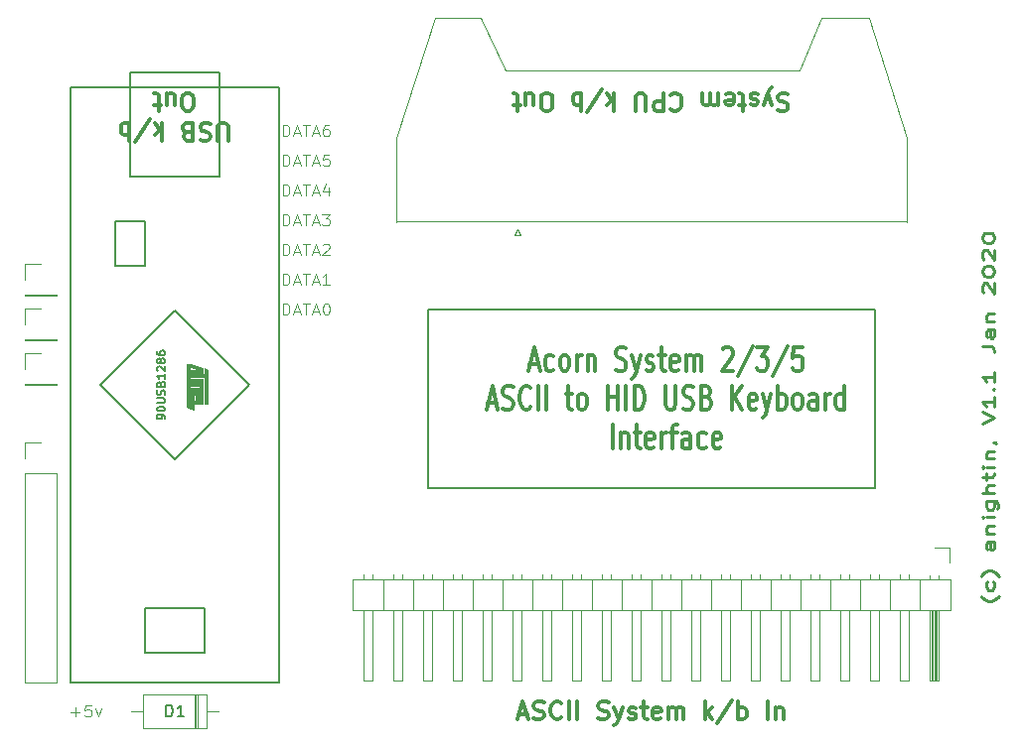
<source format=gbr>
G04 #@! TF.GenerationSoftware,KiCad,Pcbnew,(5.0.1-3-g963ef8bb5)*
G04 #@! TF.CreationDate,2020-01-16T13:34:53+00:00*
G04 #@! TF.ProjectId,SystemKeyboard,53797374656D4B6579626F6172642E6B,rev?*
G04 #@! TF.SameCoordinates,Original*
G04 #@! TF.FileFunction,Legend,Top*
G04 #@! TF.FilePolarity,Positive*
%FSLAX46Y46*%
G04 Gerber Fmt 4.6, Leading zero omitted, Abs format (unit mm)*
G04 Created by KiCad (PCBNEW (5.0.1-3-g963ef8bb5)) date Thursday, 16 January 2020 at 13:34:53*
%MOMM*%
%LPD*%
G01*
G04 APERTURE LIST*
%ADD10C,0.100000*%
%ADD11C,0.250000*%
%ADD12C,0.200000*%
%ADD13C,0.300000*%
%ADD14C,0.150000*%
%ADD15C,0.120000*%
G04 APERTURE END LIST*
D10*
X110793095Y-75382380D02*
X110793095Y-74382380D01*
X111031190Y-74382380D01*
X111174047Y-74430000D01*
X111269285Y-74525238D01*
X111316904Y-74620476D01*
X111364523Y-74810952D01*
X111364523Y-74953809D01*
X111316904Y-75144285D01*
X111269285Y-75239523D01*
X111174047Y-75334761D01*
X111031190Y-75382380D01*
X110793095Y-75382380D01*
X111745476Y-75096666D02*
X112221666Y-75096666D01*
X111650238Y-75382380D02*
X111983571Y-74382380D01*
X112316904Y-75382380D01*
X112507380Y-74382380D02*
X113078809Y-74382380D01*
X112793095Y-75382380D02*
X112793095Y-74382380D01*
X113364523Y-75096666D02*
X113840714Y-75096666D01*
X113269285Y-75382380D02*
X113602619Y-74382380D01*
X113935952Y-75382380D01*
X114459761Y-74382380D02*
X114555000Y-74382380D01*
X114650238Y-74430000D01*
X114697857Y-74477619D01*
X114745476Y-74572857D01*
X114793095Y-74763333D01*
X114793095Y-75001428D01*
X114745476Y-75191904D01*
X114697857Y-75287142D01*
X114650238Y-75334761D01*
X114555000Y-75382380D01*
X114459761Y-75382380D01*
X114364523Y-75334761D01*
X114316904Y-75287142D01*
X114269285Y-75191904D01*
X114221666Y-75001428D01*
X114221666Y-74763333D01*
X114269285Y-74572857D01*
X114316904Y-74477619D01*
X114364523Y-74430000D01*
X114459761Y-74382380D01*
X110793095Y-72842380D02*
X110793095Y-71842380D01*
X111031190Y-71842380D01*
X111174047Y-71890000D01*
X111269285Y-71985238D01*
X111316904Y-72080476D01*
X111364523Y-72270952D01*
X111364523Y-72413809D01*
X111316904Y-72604285D01*
X111269285Y-72699523D01*
X111174047Y-72794761D01*
X111031190Y-72842380D01*
X110793095Y-72842380D01*
X111745476Y-72556666D02*
X112221666Y-72556666D01*
X111650238Y-72842380D02*
X111983571Y-71842380D01*
X112316904Y-72842380D01*
X112507380Y-71842380D02*
X113078809Y-71842380D01*
X112793095Y-72842380D02*
X112793095Y-71842380D01*
X113364523Y-72556666D02*
X113840714Y-72556666D01*
X113269285Y-72842380D02*
X113602619Y-71842380D01*
X113935952Y-72842380D01*
X114793095Y-72842380D02*
X114221666Y-72842380D01*
X114507380Y-72842380D02*
X114507380Y-71842380D01*
X114412142Y-71985238D01*
X114316904Y-72080476D01*
X114221666Y-72128095D01*
X110793095Y-70302380D02*
X110793095Y-69302380D01*
X111031190Y-69302380D01*
X111174047Y-69350000D01*
X111269285Y-69445238D01*
X111316904Y-69540476D01*
X111364523Y-69730952D01*
X111364523Y-69873809D01*
X111316904Y-70064285D01*
X111269285Y-70159523D01*
X111174047Y-70254761D01*
X111031190Y-70302380D01*
X110793095Y-70302380D01*
X111745476Y-70016666D02*
X112221666Y-70016666D01*
X111650238Y-70302380D02*
X111983571Y-69302380D01*
X112316904Y-70302380D01*
X112507380Y-69302380D02*
X113078809Y-69302380D01*
X112793095Y-70302380D02*
X112793095Y-69302380D01*
X113364523Y-70016666D02*
X113840714Y-70016666D01*
X113269285Y-70302380D02*
X113602619Y-69302380D01*
X113935952Y-70302380D01*
X114221666Y-69397619D02*
X114269285Y-69350000D01*
X114364523Y-69302380D01*
X114602619Y-69302380D01*
X114697857Y-69350000D01*
X114745476Y-69397619D01*
X114793095Y-69492857D01*
X114793095Y-69588095D01*
X114745476Y-69730952D01*
X114174047Y-70302380D01*
X114793095Y-70302380D01*
X110793095Y-67762380D02*
X110793095Y-66762380D01*
X111031190Y-66762380D01*
X111174047Y-66810000D01*
X111269285Y-66905238D01*
X111316904Y-67000476D01*
X111364523Y-67190952D01*
X111364523Y-67333809D01*
X111316904Y-67524285D01*
X111269285Y-67619523D01*
X111174047Y-67714761D01*
X111031190Y-67762380D01*
X110793095Y-67762380D01*
X111745476Y-67476666D02*
X112221666Y-67476666D01*
X111650238Y-67762380D02*
X111983571Y-66762380D01*
X112316904Y-67762380D01*
X112507380Y-66762380D02*
X113078809Y-66762380D01*
X112793095Y-67762380D02*
X112793095Y-66762380D01*
X113364523Y-67476666D02*
X113840714Y-67476666D01*
X113269285Y-67762380D02*
X113602619Y-66762380D01*
X113935952Y-67762380D01*
X114174047Y-66762380D02*
X114793095Y-66762380D01*
X114459761Y-67143333D01*
X114602619Y-67143333D01*
X114697857Y-67190952D01*
X114745476Y-67238571D01*
X114793095Y-67333809D01*
X114793095Y-67571904D01*
X114745476Y-67667142D01*
X114697857Y-67714761D01*
X114602619Y-67762380D01*
X114316904Y-67762380D01*
X114221666Y-67714761D01*
X114174047Y-67667142D01*
X110793095Y-65222380D02*
X110793095Y-64222380D01*
X111031190Y-64222380D01*
X111174047Y-64270000D01*
X111269285Y-64365238D01*
X111316904Y-64460476D01*
X111364523Y-64650952D01*
X111364523Y-64793809D01*
X111316904Y-64984285D01*
X111269285Y-65079523D01*
X111174047Y-65174761D01*
X111031190Y-65222380D01*
X110793095Y-65222380D01*
X111745476Y-64936666D02*
X112221666Y-64936666D01*
X111650238Y-65222380D02*
X111983571Y-64222380D01*
X112316904Y-65222380D01*
X112507380Y-64222380D02*
X113078809Y-64222380D01*
X112793095Y-65222380D02*
X112793095Y-64222380D01*
X113364523Y-64936666D02*
X113840714Y-64936666D01*
X113269285Y-65222380D02*
X113602619Y-64222380D01*
X113935952Y-65222380D01*
X114697857Y-64555714D02*
X114697857Y-65222380D01*
X114459761Y-64174761D02*
X114221666Y-64889047D01*
X114840714Y-64889047D01*
X110793095Y-60142380D02*
X110793095Y-59142380D01*
X111031190Y-59142380D01*
X111174047Y-59190000D01*
X111269285Y-59285238D01*
X111316904Y-59380476D01*
X111364523Y-59570952D01*
X111364523Y-59713809D01*
X111316904Y-59904285D01*
X111269285Y-59999523D01*
X111174047Y-60094761D01*
X111031190Y-60142380D01*
X110793095Y-60142380D01*
X111745476Y-59856666D02*
X112221666Y-59856666D01*
X111650238Y-60142380D02*
X111983571Y-59142380D01*
X112316904Y-60142380D01*
X112507380Y-59142380D02*
X113078809Y-59142380D01*
X112793095Y-60142380D02*
X112793095Y-59142380D01*
X113364523Y-59856666D02*
X113840714Y-59856666D01*
X113269285Y-60142380D02*
X113602619Y-59142380D01*
X113935952Y-60142380D01*
X114697857Y-59142380D02*
X114507380Y-59142380D01*
X114412142Y-59190000D01*
X114364523Y-59237619D01*
X114269285Y-59380476D01*
X114221666Y-59570952D01*
X114221666Y-59951904D01*
X114269285Y-60047142D01*
X114316904Y-60094761D01*
X114412142Y-60142380D01*
X114602619Y-60142380D01*
X114697857Y-60094761D01*
X114745476Y-60047142D01*
X114793095Y-59951904D01*
X114793095Y-59713809D01*
X114745476Y-59618571D01*
X114697857Y-59570952D01*
X114602619Y-59523333D01*
X114412142Y-59523333D01*
X114316904Y-59570952D01*
X114269285Y-59618571D01*
X114221666Y-59713809D01*
X110793095Y-62682380D02*
X110793095Y-61682380D01*
X111031190Y-61682380D01*
X111174047Y-61730000D01*
X111269285Y-61825238D01*
X111316904Y-61920476D01*
X111364523Y-62110952D01*
X111364523Y-62253809D01*
X111316904Y-62444285D01*
X111269285Y-62539523D01*
X111174047Y-62634761D01*
X111031190Y-62682380D01*
X110793095Y-62682380D01*
X111745476Y-62396666D02*
X112221666Y-62396666D01*
X111650238Y-62682380D02*
X111983571Y-61682380D01*
X112316904Y-62682380D01*
X112507380Y-61682380D02*
X113078809Y-61682380D01*
X112793095Y-62682380D02*
X112793095Y-61682380D01*
X113364523Y-62396666D02*
X113840714Y-62396666D01*
X113269285Y-62682380D02*
X113602619Y-61682380D01*
X113935952Y-62682380D01*
X114745476Y-61682380D02*
X114269285Y-61682380D01*
X114221666Y-62158571D01*
X114269285Y-62110952D01*
X114364523Y-62063333D01*
X114602619Y-62063333D01*
X114697857Y-62110952D01*
X114745476Y-62158571D01*
X114793095Y-62253809D01*
X114793095Y-62491904D01*
X114745476Y-62587142D01*
X114697857Y-62634761D01*
X114602619Y-62682380D01*
X114364523Y-62682380D01*
X114269285Y-62634761D01*
X114221666Y-62587142D01*
X92741904Y-109291428D02*
X93503809Y-109291428D01*
X93122857Y-109672380D02*
X93122857Y-108910476D01*
X94456190Y-108672380D02*
X93980000Y-108672380D01*
X93932380Y-109148571D01*
X93980000Y-109100952D01*
X94075238Y-109053333D01*
X94313333Y-109053333D01*
X94408571Y-109100952D01*
X94456190Y-109148571D01*
X94503809Y-109243809D01*
X94503809Y-109481904D01*
X94456190Y-109577142D01*
X94408571Y-109624761D01*
X94313333Y-109672380D01*
X94075238Y-109672380D01*
X93980000Y-109624761D01*
X93932380Y-109577142D01*
X94837142Y-109005714D02*
X95075238Y-109672380D01*
X95313333Y-109005714D01*
D11*
X171833333Y-99381785D02*
X171785714Y-99453214D01*
X171642857Y-99596071D01*
X171547619Y-99667500D01*
X171404761Y-99738928D01*
X171166666Y-99810357D01*
X170976190Y-99810357D01*
X170738095Y-99738928D01*
X170595238Y-99667500D01*
X170500000Y-99596071D01*
X170357142Y-99453214D01*
X170309523Y-99381785D01*
X171404761Y-98167500D02*
X171452380Y-98310357D01*
X171452380Y-98596071D01*
X171404761Y-98738928D01*
X171357142Y-98810357D01*
X171261904Y-98881785D01*
X170976190Y-98881785D01*
X170880952Y-98810357D01*
X170833333Y-98738928D01*
X170785714Y-98596071D01*
X170785714Y-98310357D01*
X170833333Y-98167500D01*
X171833333Y-97667500D02*
X171785714Y-97596071D01*
X171642857Y-97453214D01*
X171547619Y-97381785D01*
X171404761Y-97310357D01*
X171166666Y-97238928D01*
X170976190Y-97238928D01*
X170738095Y-97310357D01*
X170595238Y-97381785D01*
X170500000Y-97453214D01*
X170357142Y-97596071D01*
X170309523Y-97667500D01*
X171452380Y-94738928D02*
X170928571Y-94738928D01*
X170833333Y-94810357D01*
X170785714Y-94953214D01*
X170785714Y-95238928D01*
X170833333Y-95381785D01*
X171404761Y-94738928D02*
X171452380Y-94881785D01*
X171452380Y-95238928D01*
X171404761Y-95381785D01*
X171309523Y-95453214D01*
X171214285Y-95453214D01*
X171119047Y-95381785D01*
X171071428Y-95238928D01*
X171071428Y-94881785D01*
X171023809Y-94738928D01*
X170785714Y-94024642D02*
X171452380Y-94024642D01*
X170880952Y-94024642D02*
X170833333Y-93953214D01*
X170785714Y-93810357D01*
X170785714Y-93596071D01*
X170833333Y-93453214D01*
X170928571Y-93381785D01*
X171452380Y-93381785D01*
X171452380Y-92667500D02*
X170785714Y-92667500D01*
X170452380Y-92667500D02*
X170500000Y-92738928D01*
X170547619Y-92667500D01*
X170500000Y-92596071D01*
X170452380Y-92667500D01*
X170547619Y-92667500D01*
X170785714Y-91310357D02*
X171595238Y-91310357D01*
X171690476Y-91381785D01*
X171738095Y-91453214D01*
X171785714Y-91596071D01*
X171785714Y-91810357D01*
X171738095Y-91953214D01*
X171404761Y-91310357D02*
X171452380Y-91453214D01*
X171452380Y-91738928D01*
X171404761Y-91881785D01*
X171357142Y-91953214D01*
X171261904Y-92024642D01*
X170976190Y-92024642D01*
X170880952Y-91953214D01*
X170833333Y-91881785D01*
X170785714Y-91738928D01*
X170785714Y-91453214D01*
X170833333Y-91310357D01*
X171452380Y-90596071D02*
X170452380Y-90596071D01*
X171452380Y-89953214D02*
X170928571Y-89953214D01*
X170833333Y-90024642D01*
X170785714Y-90167500D01*
X170785714Y-90381785D01*
X170833333Y-90524642D01*
X170880952Y-90596071D01*
X170785714Y-89453214D02*
X170785714Y-88881785D01*
X170452380Y-89238928D02*
X171309523Y-89238928D01*
X171404761Y-89167500D01*
X171452380Y-89024642D01*
X171452380Y-88881785D01*
X171452380Y-88381785D02*
X170785714Y-88381785D01*
X170452380Y-88381785D02*
X170500000Y-88453214D01*
X170547619Y-88381785D01*
X170500000Y-88310357D01*
X170452380Y-88381785D01*
X170547619Y-88381785D01*
X170785714Y-87667500D02*
X171452380Y-87667500D01*
X170880952Y-87667500D02*
X170833333Y-87596071D01*
X170785714Y-87453214D01*
X170785714Y-87238928D01*
X170833333Y-87096071D01*
X170928571Y-87024642D01*
X171452380Y-87024642D01*
X171404761Y-86238928D02*
X171452380Y-86238928D01*
X171547619Y-86310357D01*
X171595238Y-86381785D01*
X170452380Y-84667500D02*
X171452380Y-84167500D01*
X170452380Y-83667500D01*
X171452380Y-82381785D02*
X171452380Y-83238928D01*
X171452380Y-82810357D02*
X170452380Y-82810357D01*
X170595238Y-82953214D01*
X170690476Y-83096071D01*
X170738095Y-83238928D01*
X171357142Y-81738928D02*
X171404761Y-81667500D01*
X171452380Y-81738928D01*
X171404761Y-81810357D01*
X171357142Y-81738928D01*
X171452380Y-81738928D01*
X171452380Y-80238928D02*
X171452380Y-81096071D01*
X171452380Y-80667500D02*
X170452380Y-80667500D01*
X170595238Y-80810357D01*
X170690476Y-80953214D01*
X170738095Y-81096071D01*
X170452380Y-78024642D02*
X171166666Y-78024642D01*
X171309523Y-78096071D01*
X171404761Y-78238928D01*
X171452380Y-78453214D01*
X171452380Y-78596071D01*
X171452380Y-76667500D02*
X170928571Y-76667500D01*
X170833333Y-76738928D01*
X170785714Y-76881785D01*
X170785714Y-77167500D01*
X170833333Y-77310357D01*
X171404761Y-76667500D02*
X171452380Y-76810357D01*
X171452380Y-77167500D01*
X171404761Y-77310357D01*
X171309523Y-77381785D01*
X171214285Y-77381785D01*
X171119047Y-77310357D01*
X171071428Y-77167500D01*
X171071428Y-76810357D01*
X171023809Y-76667500D01*
X170785714Y-75953214D02*
X171452380Y-75953214D01*
X170880952Y-75953214D02*
X170833333Y-75881785D01*
X170785714Y-75738928D01*
X170785714Y-75524642D01*
X170833333Y-75381785D01*
X170928571Y-75310357D01*
X171452380Y-75310357D01*
X170547619Y-73524642D02*
X170500000Y-73453214D01*
X170452380Y-73310357D01*
X170452380Y-72953214D01*
X170500000Y-72810357D01*
X170547619Y-72738928D01*
X170642857Y-72667500D01*
X170738095Y-72667500D01*
X170880952Y-72738928D01*
X171452380Y-73596071D01*
X171452380Y-72667500D01*
X170452380Y-71738928D02*
X170452380Y-71596071D01*
X170500000Y-71453214D01*
X170547619Y-71381785D01*
X170642857Y-71310357D01*
X170833333Y-71238928D01*
X171071428Y-71238928D01*
X171261904Y-71310357D01*
X171357142Y-71381785D01*
X171404761Y-71453214D01*
X171452380Y-71596071D01*
X171452380Y-71738928D01*
X171404761Y-71881785D01*
X171357142Y-71953214D01*
X171261904Y-72024642D01*
X171071428Y-72096071D01*
X170833333Y-72096071D01*
X170642857Y-72024642D01*
X170547619Y-71953214D01*
X170500000Y-71881785D01*
X170452380Y-71738928D01*
X170547619Y-70667500D02*
X170500000Y-70596071D01*
X170452380Y-70453214D01*
X170452380Y-70096071D01*
X170500000Y-69953214D01*
X170547619Y-69881785D01*
X170642857Y-69810357D01*
X170738095Y-69810357D01*
X170880952Y-69881785D01*
X171452380Y-70738928D01*
X171452380Y-69810357D01*
X170452380Y-68881785D02*
X170452380Y-68738928D01*
X170500000Y-68596071D01*
X170547619Y-68524642D01*
X170642857Y-68453214D01*
X170833333Y-68381785D01*
X171071428Y-68381785D01*
X171261904Y-68453214D01*
X171357142Y-68524642D01*
X171404761Y-68596071D01*
X171452380Y-68738928D01*
X171452380Y-68881785D01*
X171404761Y-69024642D01*
X171357142Y-69096071D01*
X171261904Y-69167500D01*
X171071428Y-69238928D01*
X170833333Y-69238928D01*
X170642857Y-69167500D01*
X170547619Y-69096071D01*
X170500000Y-69024642D01*
X170452380Y-68881785D01*
D12*
X123190000Y-90170000D02*
X123190000Y-74930000D01*
X161290000Y-90170000D02*
X123190000Y-90170000D01*
X161290000Y-74930000D02*
X161290000Y-90170000D01*
X123190000Y-74930000D02*
X161290000Y-74930000D01*
D13*
X106135714Y-60516428D02*
X106135714Y-59302142D01*
X106064285Y-59159285D01*
X105992857Y-59087857D01*
X105850000Y-59016428D01*
X105564285Y-59016428D01*
X105421428Y-59087857D01*
X105350000Y-59159285D01*
X105278571Y-59302142D01*
X105278571Y-60516428D01*
X104635714Y-59087857D02*
X104421428Y-59016428D01*
X104064285Y-59016428D01*
X103921428Y-59087857D01*
X103850000Y-59159285D01*
X103778571Y-59302142D01*
X103778571Y-59445000D01*
X103850000Y-59587857D01*
X103921428Y-59659285D01*
X104064285Y-59730714D01*
X104350000Y-59802142D01*
X104492857Y-59873571D01*
X104564285Y-59945000D01*
X104635714Y-60087857D01*
X104635714Y-60230714D01*
X104564285Y-60373571D01*
X104492857Y-60445000D01*
X104350000Y-60516428D01*
X103992857Y-60516428D01*
X103778571Y-60445000D01*
X102635714Y-59802142D02*
X102421428Y-59730714D01*
X102350000Y-59659285D01*
X102278571Y-59516428D01*
X102278571Y-59302142D01*
X102350000Y-59159285D01*
X102421428Y-59087857D01*
X102564285Y-59016428D01*
X103135714Y-59016428D01*
X103135714Y-60516428D01*
X102635714Y-60516428D01*
X102492857Y-60445000D01*
X102421428Y-60373571D01*
X102350000Y-60230714D01*
X102350000Y-60087857D01*
X102421428Y-59945000D01*
X102492857Y-59873571D01*
X102635714Y-59802142D01*
X103135714Y-59802142D01*
X100492857Y-59016428D02*
X100492857Y-60516428D01*
X100350000Y-59587857D02*
X99921428Y-59016428D01*
X99921428Y-60016428D02*
X100492857Y-59445000D01*
X98207142Y-60587857D02*
X99492857Y-58659285D01*
X97707142Y-59016428D02*
X97707142Y-60516428D01*
X97707142Y-59945000D02*
X97564285Y-60016428D01*
X97278571Y-60016428D01*
X97135714Y-59945000D01*
X97064285Y-59873571D01*
X96992857Y-59730714D01*
X96992857Y-59302142D01*
X97064285Y-59159285D01*
X97135714Y-59087857D01*
X97278571Y-59016428D01*
X97564285Y-59016428D01*
X97707142Y-59087857D01*
X102850000Y-57966428D02*
X102564285Y-57966428D01*
X102421428Y-57895000D01*
X102278571Y-57752142D01*
X102207142Y-57466428D01*
X102207142Y-56966428D01*
X102278571Y-56680714D01*
X102421428Y-56537857D01*
X102564285Y-56466428D01*
X102850000Y-56466428D01*
X102992857Y-56537857D01*
X103135714Y-56680714D01*
X103207142Y-56966428D01*
X103207142Y-57466428D01*
X103135714Y-57752142D01*
X102992857Y-57895000D01*
X102850000Y-57966428D01*
X100921428Y-57466428D02*
X100921428Y-56466428D01*
X101564285Y-57466428D02*
X101564285Y-56680714D01*
X101492857Y-56537857D01*
X101350000Y-56466428D01*
X101135714Y-56466428D01*
X100992857Y-56537857D01*
X100921428Y-56609285D01*
X100421428Y-57466428D02*
X99850000Y-57466428D01*
X100207142Y-57966428D02*
X100207142Y-56680714D01*
X100135714Y-56537857D01*
X99992857Y-56466428D01*
X99850000Y-56466428D01*
X130918571Y-109470000D02*
X131632857Y-109470000D01*
X130775714Y-109898571D02*
X131275714Y-108398571D01*
X131775714Y-109898571D01*
X132204285Y-109827142D02*
X132418571Y-109898571D01*
X132775714Y-109898571D01*
X132918571Y-109827142D01*
X132989999Y-109755714D01*
X133061428Y-109612857D01*
X133061428Y-109470000D01*
X132989999Y-109327142D01*
X132918571Y-109255714D01*
X132775714Y-109184285D01*
X132489999Y-109112857D01*
X132347142Y-109041428D01*
X132275714Y-108970000D01*
X132204285Y-108827142D01*
X132204285Y-108684285D01*
X132275714Y-108541428D01*
X132347142Y-108470000D01*
X132489999Y-108398571D01*
X132847142Y-108398571D01*
X133061428Y-108470000D01*
X134561428Y-109755714D02*
X134490000Y-109827142D01*
X134275714Y-109898571D01*
X134132857Y-109898571D01*
X133918571Y-109827142D01*
X133775714Y-109684285D01*
X133704285Y-109541428D01*
X133632857Y-109255714D01*
X133632857Y-109041428D01*
X133704285Y-108755714D01*
X133775714Y-108612857D01*
X133918571Y-108470000D01*
X134132857Y-108398571D01*
X134275714Y-108398571D01*
X134490000Y-108470000D01*
X134561428Y-108541428D01*
X135204285Y-109898571D02*
X135204285Y-108398571D01*
X135918571Y-109898571D02*
X135918571Y-108398571D01*
X137704285Y-109827142D02*
X137918571Y-109898571D01*
X138275714Y-109898571D01*
X138418571Y-109827142D01*
X138490000Y-109755714D01*
X138561428Y-109612857D01*
X138561428Y-109470000D01*
X138490000Y-109327142D01*
X138418571Y-109255714D01*
X138275714Y-109184285D01*
X137990000Y-109112857D01*
X137847142Y-109041428D01*
X137775714Y-108970000D01*
X137704285Y-108827142D01*
X137704285Y-108684285D01*
X137775714Y-108541428D01*
X137847142Y-108470000D01*
X137990000Y-108398571D01*
X138347142Y-108398571D01*
X138561428Y-108470000D01*
X139061428Y-108898571D02*
X139418571Y-109898571D01*
X139775714Y-108898571D02*
X139418571Y-109898571D01*
X139275714Y-110255714D01*
X139204285Y-110327142D01*
X139061428Y-110398571D01*
X140275714Y-109827142D02*
X140418571Y-109898571D01*
X140704285Y-109898571D01*
X140847142Y-109827142D01*
X140918571Y-109684285D01*
X140918571Y-109612857D01*
X140847142Y-109470000D01*
X140704285Y-109398571D01*
X140490000Y-109398571D01*
X140347142Y-109327142D01*
X140275714Y-109184285D01*
X140275714Y-109112857D01*
X140347142Y-108970000D01*
X140490000Y-108898571D01*
X140704285Y-108898571D01*
X140847142Y-108970000D01*
X141347142Y-108898571D02*
X141918571Y-108898571D01*
X141561428Y-108398571D02*
X141561428Y-109684285D01*
X141632857Y-109827142D01*
X141775714Y-109898571D01*
X141918571Y-109898571D01*
X142990000Y-109827142D02*
X142847142Y-109898571D01*
X142561428Y-109898571D01*
X142418571Y-109827142D01*
X142347142Y-109684285D01*
X142347142Y-109112857D01*
X142418571Y-108970000D01*
X142561428Y-108898571D01*
X142847142Y-108898571D01*
X142990000Y-108970000D01*
X143061428Y-109112857D01*
X143061428Y-109255714D01*
X142347142Y-109398571D01*
X143704285Y-109898571D02*
X143704285Y-108898571D01*
X143704285Y-109041428D02*
X143775714Y-108970000D01*
X143918571Y-108898571D01*
X144132857Y-108898571D01*
X144275714Y-108970000D01*
X144347142Y-109112857D01*
X144347142Y-109898571D01*
X144347142Y-109112857D02*
X144418571Y-108970000D01*
X144561428Y-108898571D01*
X144775714Y-108898571D01*
X144918571Y-108970000D01*
X144990000Y-109112857D01*
X144990000Y-109898571D01*
X146847142Y-109898571D02*
X146847142Y-108398571D01*
X146990000Y-109327142D02*
X147418571Y-109898571D01*
X147418571Y-108898571D02*
X146847142Y-109470000D01*
X149132857Y-108327142D02*
X147847142Y-110255714D01*
X149632857Y-109898571D02*
X149632857Y-108398571D01*
X149632857Y-108970000D02*
X149775714Y-108898571D01*
X150061428Y-108898571D01*
X150204285Y-108970000D01*
X150275714Y-109041428D01*
X150347142Y-109184285D01*
X150347142Y-109612857D01*
X150275714Y-109755714D01*
X150204285Y-109827142D01*
X150061428Y-109898571D01*
X149775714Y-109898571D01*
X149632857Y-109827142D01*
X152132857Y-109898571D02*
X152132857Y-108398571D01*
X152847142Y-108898571D02*
X152847142Y-109898571D01*
X152847142Y-109041428D02*
X152918571Y-108970000D01*
X153061428Y-108898571D01*
X153275714Y-108898571D01*
X153418571Y-108970000D01*
X153490000Y-109112857D01*
X153490000Y-109898571D01*
X153882857Y-56542857D02*
X153668571Y-56471428D01*
X153311428Y-56471428D01*
X153168571Y-56542857D01*
X153097142Y-56614285D01*
X153025714Y-56757142D01*
X153025714Y-56900000D01*
X153097142Y-57042857D01*
X153168571Y-57114285D01*
X153311428Y-57185714D01*
X153597142Y-57257142D01*
X153740000Y-57328571D01*
X153811428Y-57400000D01*
X153882857Y-57542857D01*
X153882857Y-57685714D01*
X153811428Y-57828571D01*
X153740000Y-57900000D01*
X153597142Y-57971428D01*
X153240000Y-57971428D01*
X153025714Y-57900000D01*
X152525714Y-57471428D02*
X152168571Y-56471428D01*
X151811428Y-57471428D02*
X152168571Y-56471428D01*
X152311428Y-56114285D01*
X152382857Y-56042857D01*
X152525714Y-55971428D01*
X151311428Y-56542857D02*
X151168571Y-56471428D01*
X150882857Y-56471428D01*
X150740000Y-56542857D01*
X150668571Y-56685714D01*
X150668571Y-56757142D01*
X150740000Y-56900000D01*
X150882857Y-56971428D01*
X151097142Y-56971428D01*
X151240000Y-57042857D01*
X151311428Y-57185714D01*
X151311428Y-57257142D01*
X151240000Y-57400000D01*
X151097142Y-57471428D01*
X150882857Y-57471428D01*
X150740000Y-57400000D01*
X150240000Y-57471428D02*
X149668571Y-57471428D01*
X150025714Y-57971428D02*
X150025714Y-56685714D01*
X149954285Y-56542857D01*
X149811428Y-56471428D01*
X149668571Y-56471428D01*
X148597142Y-56542857D02*
X148740000Y-56471428D01*
X149025714Y-56471428D01*
X149168571Y-56542857D01*
X149240000Y-56685714D01*
X149240000Y-57257142D01*
X149168571Y-57400000D01*
X149025714Y-57471428D01*
X148740000Y-57471428D01*
X148597142Y-57400000D01*
X148525714Y-57257142D01*
X148525714Y-57114285D01*
X149240000Y-56971428D01*
X147882857Y-56471428D02*
X147882857Y-57471428D01*
X147882857Y-57328571D02*
X147811428Y-57400000D01*
X147668571Y-57471428D01*
X147454285Y-57471428D01*
X147311428Y-57400000D01*
X147240000Y-57257142D01*
X147240000Y-56471428D01*
X147240000Y-57257142D02*
X147168571Y-57400000D01*
X147025714Y-57471428D01*
X146811428Y-57471428D01*
X146668571Y-57400000D01*
X146597142Y-57257142D01*
X146597142Y-56471428D01*
X143882857Y-56614285D02*
X143954285Y-56542857D01*
X144168571Y-56471428D01*
X144311428Y-56471428D01*
X144525714Y-56542857D01*
X144668571Y-56685714D01*
X144740000Y-56828571D01*
X144811428Y-57114285D01*
X144811428Y-57328571D01*
X144740000Y-57614285D01*
X144668571Y-57757142D01*
X144525714Y-57900000D01*
X144311428Y-57971428D01*
X144168571Y-57971428D01*
X143954285Y-57900000D01*
X143882857Y-57828571D01*
X143240000Y-56471428D02*
X143240000Y-57971428D01*
X142668571Y-57971428D01*
X142525714Y-57900000D01*
X142454285Y-57828571D01*
X142382857Y-57685714D01*
X142382857Y-57471428D01*
X142454285Y-57328571D01*
X142525714Y-57257142D01*
X142668571Y-57185714D01*
X143240000Y-57185714D01*
X141740000Y-57971428D02*
X141740000Y-56757142D01*
X141668571Y-56614285D01*
X141597142Y-56542857D01*
X141454285Y-56471428D01*
X141168571Y-56471428D01*
X141025714Y-56542857D01*
X140954285Y-56614285D01*
X140882857Y-56757142D01*
X140882857Y-57971428D01*
X139025714Y-56471428D02*
X139025714Y-57971428D01*
X138882857Y-57042857D02*
X138454285Y-56471428D01*
X138454285Y-57471428D02*
X139025714Y-56900000D01*
X136740000Y-58042857D02*
X138025714Y-56114285D01*
X136240000Y-56471428D02*
X136240000Y-57971428D01*
X136240000Y-57400000D02*
X136097142Y-57471428D01*
X135811428Y-57471428D01*
X135668571Y-57400000D01*
X135597142Y-57328571D01*
X135525714Y-57185714D01*
X135525714Y-56757142D01*
X135597142Y-56614285D01*
X135668571Y-56542857D01*
X135811428Y-56471428D01*
X136097142Y-56471428D01*
X136240000Y-56542857D01*
X133454285Y-57971428D02*
X133168571Y-57971428D01*
X133025714Y-57900000D01*
X132882857Y-57757142D01*
X132811428Y-57471428D01*
X132811428Y-56971428D01*
X132882857Y-56685714D01*
X133025714Y-56542857D01*
X133168571Y-56471428D01*
X133454285Y-56471428D01*
X133597142Y-56542857D01*
X133740000Y-56685714D01*
X133811428Y-56971428D01*
X133811428Y-57471428D01*
X133740000Y-57757142D01*
X133597142Y-57900000D01*
X133454285Y-57971428D01*
X131525714Y-57471428D02*
X131525714Y-56471428D01*
X132168571Y-57471428D02*
X132168571Y-56685714D01*
X132097142Y-56542857D01*
X131954285Y-56471428D01*
X131740000Y-56471428D01*
X131597142Y-56542857D01*
X131525714Y-56614285D01*
X131025714Y-57471428D02*
X130454285Y-57471428D01*
X130811428Y-57971428D02*
X130811428Y-56685714D01*
X130740000Y-56542857D01*
X130597142Y-56471428D01*
X130454285Y-56471428D01*
X131867142Y-79583333D02*
X132581428Y-79583333D01*
X131724285Y-80154761D02*
X132224285Y-78154761D01*
X132724285Y-80154761D01*
X133867142Y-80059523D02*
X133724285Y-80154761D01*
X133438571Y-80154761D01*
X133295714Y-80059523D01*
X133224285Y-79964285D01*
X133152857Y-79773809D01*
X133152857Y-79202380D01*
X133224285Y-79011904D01*
X133295714Y-78916666D01*
X133438571Y-78821428D01*
X133724285Y-78821428D01*
X133867142Y-78916666D01*
X134724285Y-80154761D02*
X134581428Y-80059523D01*
X134510000Y-79964285D01*
X134438571Y-79773809D01*
X134438571Y-79202380D01*
X134510000Y-79011904D01*
X134581428Y-78916666D01*
X134724285Y-78821428D01*
X134938571Y-78821428D01*
X135081428Y-78916666D01*
X135152857Y-79011904D01*
X135224285Y-79202380D01*
X135224285Y-79773809D01*
X135152857Y-79964285D01*
X135081428Y-80059523D01*
X134938571Y-80154761D01*
X134724285Y-80154761D01*
X135867142Y-80154761D02*
X135867142Y-78821428D01*
X135867142Y-79202380D02*
X135938571Y-79011904D01*
X136010000Y-78916666D01*
X136152857Y-78821428D01*
X136295714Y-78821428D01*
X136795714Y-78821428D02*
X136795714Y-80154761D01*
X136795714Y-79011904D02*
X136867142Y-78916666D01*
X137010000Y-78821428D01*
X137224285Y-78821428D01*
X137367142Y-78916666D01*
X137438571Y-79107142D01*
X137438571Y-80154761D01*
X139224285Y-80059523D02*
X139438571Y-80154761D01*
X139795714Y-80154761D01*
X139938571Y-80059523D01*
X140010000Y-79964285D01*
X140081428Y-79773809D01*
X140081428Y-79583333D01*
X140010000Y-79392857D01*
X139938571Y-79297619D01*
X139795714Y-79202380D01*
X139510000Y-79107142D01*
X139367142Y-79011904D01*
X139295714Y-78916666D01*
X139224285Y-78726190D01*
X139224285Y-78535714D01*
X139295714Y-78345238D01*
X139367142Y-78250000D01*
X139510000Y-78154761D01*
X139867142Y-78154761D01*
X140081428Y-78250000D01*
X140581428Y-78821428D02*
X140938571Y-80154761D01*
X141295714Y-78821428D02*
X140938571Y-80154761D01*
X140795714Y-80630952D01*
X140724285Y-80726190D01*
X140581428Y-80821428D01*
X141795714Y-80059523D02*
X141938571Y-80154761D01*
X142224285Y-80154761D01*
X142367142Y-80059523D01*
X142438571Y-79869047D01*
X142438571Y-79773809D01*
X142367142Y-79583333D01*
X142224285Y-79488095D01*
X142010000Y-79488095D01*
X141867142Y-79392857D01*
X141795714Y-79202380D01*
X141795714Y-79107142D01*
X141867142Y-78916666D01*
X142010000Y-78821428D01*
X142224285Y-78821428D01*
X142367142Y-78916666D01*
X142867142Y-78821428D02*
X143438571Y-78821428D01*
X143081428Y-78154761D02*
X143081428Y-79869047D01*
X143152857Y-80059523D01*
X143295714Y-80154761D01*
X143438571Y-80154761D01*
X144510000Y-80059523D02*
X144367142Y-80154761D01*
X144081428Y-80154761D01*
X143938571Y-80059523D01*
X143867142Y-79869047D01*
X143867142Y-79107142D01*
X143938571Y-78916666D01*
X144081428Y-78821428D01*
X144367142Y-78821428D01*
X144510000Y-78916666D01*
X144581428Y-79107142D01*
X144581428Y-79297619D01*
X143867142Y-79488095D01*
X145224285Y-80154761D02*
X145224285Y-78821428D01*
X145224285Y-79011904D02*
X145295714Y-78916666D01*
X145438571Y-78821428D01*
X145652857Y-78821428D01*
X145795714Y-78916666D01*
X145867142Y-79107142D01*
X145867142Y-80154761D01*
X145867142Y-79107142D02*
X145938571Y-78916666D01*
X146081428Y-78821428D01*
X146295714Y-78821428D01*
X146438571Y-78916666D01*
X146510000Y-79107142D01*
X146510000Y-80154761D01*
X148295714Y-78345238D02*
X148367142Y-78250000D01*
X148510000Y-78154761D01*
X148867142Y-78154761D01*
X149010000Y-78250000D01*
X149081428Y-78345238D01*
X149152857Y-78535714D01*
X149152857Y-78726190D01*
X149081428Y-79011904D01*
X148224285Y-80154761D01*
X149152857Y-80154761D01*
X150867142Y-78059523D02*
X149581428Y-80630952D01*
X151224285Y-78154761D02*
X152152857Y-78154761D01*
X151652857Y-78916666D01*
X151867142Y-78916666D01*
X152010000Y-79011904D01*
X152081428Y-79107142D01*
X152152857Y-79297619D01*
X152152857Y-79773809D01*
X152081428Y-79964285D01*
X152010000Y-80059523D01*
X151867142Y-80154761D01*
X151438571Y-80154761D01*
X151295714Y-80059523D01*
X151224285Y-79964285D01*
X153867142Y-78059523D02*
X152581428Y-80630952D01*
X155081428Y-78154761D02*
X154367142Y-78154761D01*
X154295714Y-79107142D01*
X154367142Y-79011904D01*
X154510000Y-78916666D01*
X154867142Y-78916666D01*
X155010000Y-79011904D01*
X155081428Y-79107142D01*
X155152857Y-79297619D01*
X155152857Y-79773809D01*
X155081428Y-79964285D01*
X155010000Y-80059523D01*
X154867142Y-80154761D01*
X154510000Y-80154761D01*
X154367142Y-80059523D01*
X154295714Y-79964285D01*
X128295714Y-82883333D02*
X129010000Y-82883333D01*
X128152857Y-83454761D02*
X128652857Y-81454761D01*
X129152857Y-83454761D01*
X129581428Y-83359523D02*
X129795714Y-83454761D01*
X130152857Y-83454761D01*
X130295714Y-83359523D01*
X130367142Y-83264285D01*
X130438571Y-83073809D01*
X130438571Y-82883333D01*
X130367142Y-82692857D01*
X130295714Y-82597619D01*
X130152857Y-82502380D01*
X129867142Y-82407142D01*
X129724285Y-82311904D01*
X129652857Y-82216666D01*
X129581428Y-82026190D01*
X129581428Y-81835714D01*
X129652857Y-81645238D01*
X129724285Y-81550000D01*
X129867142Y-81454761D01*
X130224285Y-81454761D01*
X130438571Y-81550000D01*
X131938571Y-83264285D02*
X131867142Y-83359523D01*
X131652857Y-83454761D01*
X131510000Y-83454761D01*
X131295714Y-83359523D01*
X131152857Y-83169047D01*
X131081428Y-82978571D01*
X131010000Y-82597619D01*
X131010000Y-82311904D01*
X131081428Y-81930952D01*
X131152857Y-81740476D01*
X131295714Y-81550000D01*
X131510000Y-81454761D01*
X131652857Y-81454761D01*
X131867142Y-81550000D01*
X131938571Y-81645238D01*
X132581428Y-83454761D02*
X132581428Y-81454761D01*
X133295714Y-83454761D02*
X133295714Y-81454761D01*
X134938571Y-82121428D02*
X135510000Y-82121428D01*
X135152857Y-81454761D02*
X135152857Y-83169047D01*
X135224285Y-83359523D01*
X135367142Y-83454761D01*
X135510000Y-83454761D01*
X136224285Y-83454761D02*
X136081428Y-83359523D01*
X136010000Y-83264285D01*
X135938571Y-83073809D01*
X135938571Y-82502380D01*
X136010000Y-82311904D01*
X136081428Y-82216666D01*
X136224285Y-82121428D01*
X136438571Y-82121428D01*
X136581428Y-82216666D01*
X136652857Y-82311904D01*
X136724285Y-82502380D01*
X136724285Y-83073809D01*
X136652857Y-83264285D01*
X136581428Y-83359523D01*
X136438571Y-83454761D01*
X136224285Y-83454761D01*
X138510000Y-83454761D02*
X138510000Y-81454761D01*
X138510000Y-82407142D02*
X139367142Y-82407142D01*
X139367142Y-83454761D02*
X139367142Y-81454761D01*
X140081428Y-83454761D02*
X140081428Y-81454761D01*
X140795714Y-83454761D02*
X140795714Y-81454761D01*
X141152857Y-81454761D01*
X141367142Y-81550000D01*
X141510000Y-81740476D01*
X141581428Y-81930952D01*
X141652857Y-82311904D01*
X141652857Y-82597619D01*
X141581428Y-82978571D01*
X141510000Y-83169047D01*
X141367142Y-83359523D01*
X141152857Y-83454761D01*
X140795714Y-83454761D01*
X143438571Y-81454761D02*
X143438571Y-83073809D01*
X143510000Y-83264285D01*
X143581428Y-83359523D01*
X143724285Y-83454761D01*
X144010000Y-83454761D01*
X144152857Y-83359523D01*
X144224285Y-83264285D01*
X144295714Y-83073809D01*
X144295714Y-81454761D01*
X144938571Y-83359523D02*
X145152857Y-83454761D01*
X145510000Y-83454761D01*
X145652857Y-83359523D01*
X145724285Y-83264285D01*
X145795714Y-83073809D01*
X145795714Y-82883333D01*
X145724285Y-82692857D01*
X145652857Y-82597619D01*
X145510000Y-82502380D01*
X145224285Y-82407142D01*
X145081428Y-82311904D01*
X145010000Y-82216666D01*
X144938571Y-82026190D01*
X144938571Y-81835714D01*
X145010000Y-81645238D01*
X145081428Y-81550000D01*
X145224285Y-81454761D01*
X145581428Y-81454761D01*
X145795714Y-81550000D01*
X146938571Y-82407142D02*
X147152857Y-82502380D01*
X147224285Y-82597619D01*
X147295714Y-82788095D01*
X147295714Y-83073809D01*
X147224285Y-83264285D01*
X147152857Y-83359523D01*
X147010000Y-83454761D01*
X146438571Y-83454761D01*
X146438571Y-81454761D01*
X146938571Y-81454761D01*
X147081428Y-81550000D01*
X147152857Y-81645238D01*
X147224285Y-81835714D01*
X147224285Y-82026190D01*
X147152857Y-82216666D01*
X147081428Y-82311904D01*
X146938571Y-82407142D01*
X146438571Y-82407142D01*
X149081428Y-83454761D02*
X149081428Y-81454761D01*
X149938571Y-83454761D02*
X149295714Y-82311904D01*
X149938571Y-81454761D02*
X149081428Y-82597619D01*
X151152857Y-83359523D02*
X151010000Y-83454761D01*
X150724285Y-83454761D01*
X150581428Y-83359523D01*
X150510000Y-83169047D01*
X150510000Y-82407142D01*
X150581428Y-82216666D01*
X150724285Y-82121428D01*
X151010000Y-82121428D01*
X151152857Y-82216666D01*
X151224285Y-82407142D01*
X151224285Y-82597619D01*
X150510000Y-82788095D01*
X151724285Y-82121428D02*
X152081428Y-83454761D01*
X152438571Y-82121428D02*
X152081428Y-83454761D01*
X151938571Y-83930952D01*
X151867142Y-84026190D01*
X151724285Y-84121428D01*
X153010000Y-83454761D02*
X153010000Y-81454761D01*
X153010000Y-82216666D02*
X153152857Y-82121428D01*
X153438571Y-82121428D01*
X153581428Y-82216666D01*
X153652857Y-82311904D01*
X153724285Y-82502380D01*
X153724285Y-83073809D01*
X153652857Y-83264285D01*
X153581428Y-83359523D01*
X153438571Y-83454761D01*
X153152857Y-83454761D01*
X153010000Y-83359523D01*
X154581428Y-83454761D02*
X154438571Y-83359523D01*
X154367142Y-83264285D01*
X154295714Y-83073809D01*
X154295714Y-82502380D01*
X154367142Y-82311904D01*
X154438571Y-82216666D01*
X154581428Y-82121428D01*
X154795714Y-82121428D01*
X154938571Y-82216666D01*
X155010000Y-82311904D01*
X155081428Y-82502380D01*
X155081428Y-83073809D01*
X155010000Y-83264285D01*
X154938571Y-83359523D01*
X154795714Y-83454761D01*
X154581428Y-83454761D01*
X156367142Y-83454761D02*
X156367142Y-82407142D01*
X156295714Y-82216666D01*
X156152857Y-82121428D01*
X155867142Y-82121428D01*
X155724285Y-82216666D01*
X156367142Y-83359523D02*
X156224285Y-83454761D01*
X155867142Y-83454761D01*
X155724285Y-83359523D01*
X155652857Y-83169047D01*
X155652857Y-82978571D01*
X155724285Y-82788095D01*
X155867142Y-82692857D01*
X156224285Y-82692857D01*
X156367142Y-82597619D01*
X157081428Y-83454761D02*
X157081428Y-82121428D01*
X157081428Y-82502380D02*
X157152857Y-82311904D01*
X157224285Y-82216666D01*
X157367142Y-82121428D01*
X157510000Y-82121428D01*
X158652857Y-83454761D02*
X158652857Y-81454761D01*
X158652857Y-83359523D02*
X158510000Y-83454761D01*
X158224285Y-83454761D01*
X158081428Y-83359523D01*
X158010000Y-83264285D01*
X157938571Y-83073809D01*
X157938571Y-82502380D01*
X158010000Y-82311904D01*
X158081428Y-82216666D01*
X158224285Y-82121428D01*
X158510000Y-82121428D01*
X158652857Y-82216666D01*
X138902857Y-86754761D02*
X138902857Y-84754761D01*
X139617142Y-85421428D02*
X139617142Y-86754761D01*
X139617142Y-85611904D02*
X139688571Y-85516666D01*
X139831428Y-85421428D01*
X140045714Y-85421428D01*
X140188571Y-85516666D01*
X140260000Y-85707142D01*
X140260000Y-86754761D01*
X140760000Y-85421428D02*
X141331428Y-85421428D01*
X140974285Y-84754761D02*
X140974285Y-86469047D01*
X141045714Y-86659523D01*
X141188571Y-86754761D01*
X141331428Y-86754761D01*
X142402857Y-86659523D02*
X142260000Y-86754761D01*
X141974285Y-86754761D01*
X141831428Y-86659523D01*
X141760000Y-86469047D01*
X141760000Y-85707142D01*
X141831428Y-85516666D01*
X141974285Y-85421428D01*
X142260000Y-85421428D01*
X142402857Y-85516666D01*
X142474285Y-85707142D01*
X142474285Y-85897619D01*
X141760000Y-86088095D01*
X143117142Y-86754761D02*
X143117142Y-85421428D01*
X143117142Y-85802380D02*
X143188571Y-85611904D01*
X143260000Y-85516666D01*
X143402857Y-85421428D01*
X143545714Y-85421428D01*
X143831428Y-85421428D02*
X144402857Y-85421428D01*
X144045714Y-86754761D02*
X144045714Y-85040476D01*
X144117142Y-84850000D01*
X144260000Y-84754761D01*
X144402857Y-84754761D01*
X145545714Y-86754761D02*
X145545714Y-85707142D01*
X145474285Y-85516666D01*
X145331428Y-85421428D01*
X145045714Y-85421428D01*
X144902857Y-85516666D01*
X145545714Y-86659523D02*
X145402857Y-86754761D01*
X145045714Y-86754761D01*
X144902857Y-86659523D01*
X144831428Y-86469047D01*
X144831428Y-86278571D01*
X144902857Y-86088095D01*
X145045714Y-85992857D01*
X145402857Y-85992857D01*
X145545714Y-85897619D01*
X146902857Y-86659523D02*
X146760000Y-86754761D01*
X146474285Y-86754761D01*
X146331428Y-86659523D01*
X146260000Y-86564285D01*
X146188571Y-86373809D01*
X146188571Y-85802380D01*
X146260000Y-85611904D01*
X146331428Y-85516666D01*
X146474285Y-85421428D01*
X146760000Y-85421428D01*
X146902857Y-85516666D01*
X148117142Y-86659523D02*
X147974285Y-86754761D01*
X147688571Y-86754761D01*
X147545714Y-86659523D01*
X147474285Y-86469047D01*
X147474285Y-85707142D01*
X147545714Y-85516666D01*
X147688571Y-85421428D01*
X147974285Y-85421428D01*
X148117142Y-85516666D01*
X148188571Y-85707142D01*
X148188571Y-85897619D01*
X147474285Y-86088095D01*
D10*
G04 #@! TO.C,U1*
G36*
X102870000Y-79577001D02*
X102870000Y-83387001D01*
X102616000Y-83260001D01*
X102616000Y-79577001D01*
X102870000Y-79577001D01*
G37*
X102870000Y-79577001D02*
X102870000Y-83387001D01*
X102616000Y-83260001D01*
X102616000Y-79577001D01*
X102870000Y-79577001D01*
G36*
X104013000Y-81990001D02*
X104013000Y-82625001D01*
X103759000Y-82625001D01*
X103759000Y-82244001D01*
X103632000Y-82244001D01*
X103632000Y-82625001D01*
X103378000Y-82625001D01*
X103378000Y-82244001D01*
X103251000Y-82244001D01*
X103251000Y-82625001D01*
X102997000Y-82625001D01*
X102997000Y-81990001D01*
X104013000Y-81990001D01*
G37*
X104013000Y-81990001D02*
X104013000Y-82625001D01*
X103759000Y-82625001D01*
X103759000Y-82244001D01*
X103632000Y-82244001D01*
X103632000Y-82625001D01*
X103378000Y-82625001D01*
X103378000Y-82244001D01*
X103251000Y-82244001D01*
X103251000Y-82625001D01*
X102997000Y-82625001D01*
X102997000Y-81990001D01*
X104013000Y-81990001D01*
G36*
X104013000Y-82752001D02*
X102997000Y-82752001D01*
X102997000Y-83387001D01*
X103251000Y-83514001D01*
X103251000Y-83006001D01*
X104013000Y-83006001D01*
X104013000Y-82752001D01*
G37*
X104013000Y-82752001D02*
X102997000Y-82752001D01*
X102997000Y-83387001D01*
X103251000Y-83514001D01*
X103251000Y-83006001D01*
X104013000Y-83006001D01*
X104013000Y-82752001D01*
G36*
X104140000Y-83006001D02*
X104140000Y-80720001D01*
X102997000Y-80720001D01*
X102997000Y-80466001D01*
X104140000Y-80466001D01*
X104140000Y-79958001D01*
X104394000Y-80085001D01*
X104394000Y-83006001D01*
X104140000Y-83006001D01*
G37*
X104140000Y-83006001D02*
X104140000Y-80720001D01*
X102997000Y-80720001D01*
X102997000Y-80466001D01*
X104140000Y-80466001D01*
X104140000Y-79958001D01*
X104394000Y-80085001D01*
X104394000Y-83006001D01*
X104140000Y-83006001D01*
G36*
X102997000Y-81863001D02*
X104013000Y-81863001D01*
X104013000Y-80847001D01*
X102997000Y-80847001D01*
X102997000Y-81101001D01*
X103759000Y-81101001D01*
X103759000Y-81228001D01*
X102997000Y-81228001D01*
X102997000Y-81482001D01*
X103759000Y-81482001D01*
X103759000Y-81609001D01*
X102997000Y-81609001D01*
X102997000Y-81863001D01*
G37*
X102997000Y-81863001D02*
X104013000Y-81863001D01*
X104013000Y-80847001D01*
X102997000Y-80847001D01*
X102997000Y-81101001D01*
X103759000Y-81101001D01*
X103759000Y-81228001D01*
X102997000Y-81228001D01*
X102997000Y-81482001D01*
X103759000Y-81482001D01*
X103759000Y-81609001D01*
X102997000Y-81609001D01*
X102997000Y-81863001D01*
G36*
X102997000Y-80339001D02*
X104013000Y-80339001D01*
X104013000Y-79958001D01*
X102997000Y-79577001D01*
X102997000Y-79831001D01*
X103759000Y-80085001D01*
X102997000Y-80085001D01*
X102997000Y-80339001D01*
G37*
X102997000Y-80339001D02*
X104013000Y-80339001D01*
X104013000Y-79958001D01*
X102997000Y-79577001D01*
X102997000Y-79831001D01*
X103759000Y-80085001D01*
X102997000Y-80085001D01*
X102997000Y-80339001D01*
D14*
X92710000Y-55955001D02*
X110490000Y-55955001D01*
X92710000Y-106755001D02*
X92710000Y-55955001D01*
X110490000Y-106755001D02*
X92710000Y-106755001D01*
X110490000Y-55955001D02*
X110490000Y-106755001D01*
X101600000Y-87705001D02*
X95250000Y-81355001D01*
X107950000Y-81355001D02*
X101600000Y-87705001D01*
X101600000Y-75005001D02*
X107950000Y-81355001D01*
X95250000Y-81355001D02*
X101600000Y-75005001D01*
X104140000Y-104215001D02*
X99060000Y-104215001D01*
X104140000Y-100405001D02*
X104140000Y-104215001D01*
X99060000Y-100405001D02*
X104140000Y-100405001D01*
X99060000Y-104215001D02*
X99060000Y-100405001D01*
X99060000Y-67385001D02*
X96520000Y-67385001D01*
X99060000Y-71195001D02*
X99060000Y-67385001D01*
X97790000Y-71195001D02*
X99060000Y-71195001D01*
X96520000Y-71195001D02*
X97790000Y-71195001D01*
X96520000Y-67385001D02*
X96520000Y-71195001D01*
X97790000Y-63575001D02*
X97790000Y-54685001D01*
X105410000Y-63575001D02*
X105410000Y-54685001D01*
X105410000Y-54685001D02*
X97790000Y-54685001D01*
X97790000Y-63575001D02*
X105410000Y-63575001D01*
D15*
G04 #@! TO.C,J2*
X131064000Y-68580000D02*
X130810000Y-68072000D01*
X130556000Y-68580000D02*
X131064000Y-68580000D01*
X130810000Y-68072000D02*
X130556000Y-68580000D01*
X163960000Y-67440000D02*
X163960000Y-60290000D01*
X163960000Y-60290000D02*
X160760000Y-50040000D01*
X160760000Y-50040000D02*
X156760000Y-50040000D01*
X156760000Y-50040000D02*
X154860000Y-54490000D01*
X154860000Y-54490000D02*
X129760000Y-54490000D01*
X129760000Y-54490000D02*
X127710000Y-50040000D01*
X127710000Y-50040000D02*
X123760000Y-50040000D01*
X123760000Y-50040000D02*
X120510000Y-60290000D01*
X120510000Y-60290000D02*
X120510000Y-67440000D01*
X163950000Y-67430000D02*
X120530000Y-67430000D01*
G04 #@! TO.C,J1*
X167700000Y-97960000D02*
X116780000Y-97960000D01*
X116780000Y-97960000D02*
X116780000Y-100620000D01*
X116780000Y-100620000D02*
X167700000Y-100620000D01*
X167700000Y-100620000D02*
X167700000Y-97960000D01*
X166750000Y-100620000D02*
X166750000Y-106620000D01*
X166750000Y-106620000D02*
X165990000Y-106620000D01*
X165990000Y-106620000D02*
X165990000Y-100620000D01*
X166690000Y-100620000D02*
X166690000Y-106620000D01*
X166570000Y-100620000D02*
X166570000Y-106620000D01*
X166450000Y-100620000D02*
X166450000Y-106620000D01*
X166330000Y-100620000D02*
X166330000Y-106620000D01*
X166210000Y-100620000D02*
X166210000Y-106620000D01*
X166090000Y-100620000D02*
X166090000Y-106620000D01*
X166750000Y-97630000D02*
X166750000Y-97960000D01*
X165990000Y-97630000D02*
X165990000Y-97960000D01*
X165100000Y-97960000D02*
X165100000Y-100620000D01*
X164210000Y-100620000D02*
X164210000Y-106620000D01*
X164210000Y-106620000D02*
X163450000Y-106620000D01*
X163450000Y-106620000D02*
X163450000Y-100620000D01*
X164210000Y-97562929D02*
X164210000Y-97960000D01*
X163450000Y-97562929D02*
X163450000Y-97960000D01*
X162560000Y-97960000D02*
X162560000Y-100620000D01*
X161670000Y-100620000D02*
X161670000Y-106620000D01*
X161670000Y-106620000D02*
X160910000Y-106620000D01*
X160910000Y-106620000D02*
X160910000Y-100620000D01*
X161670000Y-97562929D02*
X161670000Y-97960000D01*
X160910000Y-97562929D02*
X160910000Y-97960000D01*
X160020000Y-97960000D02*
X160020000Y-100620000D01*
X159130000Y-100620000D02*
X159130000Y-106620000D01*
X159130000Y-106620000D02*
X158370000Y-106620000D01*
X158370000Y-106620000D02*
X158370000Y-100620000D01*
X159130000Y-97562929D02*
X159130000Y-97960000D01*
X158370000Y-97562929D02*
X158370000Y-97960000D01*
X157480000Y-97960000D02*
X157480000Y-100620000D01*
X156590000Y-100620000D02*
X156590000Y-106620000D01*
X156590000Y-106620000D02*
X155830000Y-106620000D01*
X155830000Y-106620000D02*
X155830000Y-100620000D01*
X156590000Y-97562929D02*
X156590000Y-97960000D01*
X155830000Y-97562929D02*
X155830000Y-97960000D01*
X154940000Y-97960000D02*
X154940000Y-100620000D01*
X154050000Y-100620000D02*
X154050000Y-106620000D01*
X154050000Y-106620000D02*
X153290000Y-106620000D01*
X153290000Y-106620000D02*
X153290000Y-100620000D01*
X154050000Y-97562929D02*
X154050000Y-97960000D01*
X153290000Y-97562929D02*
X153290000Y-97960000D01*
X152400000Y-97960000D02*
X152400000Y-100620000D01*
X151510000Y-100620000D02*
X151510000Y-106620000D01*
X151510000Y-106620000D02*
X150750000Y-106620000D01*
X150750000Y-106620000D02*
X150750000Y-100620000D01*
X151510000Y-97562929D02*
X151510000Y-97960000D01*
X150750000Y-97562929D02*
X150750000Y-97960000D01*
X149860000Y-97960000D02*
X149860000Y-100620000D01*
X148970000Y-100620000D02*
X148970000Y-106620000D01*
X148970000Y-106620000D02*
X148210000Y-106620000D01*
X148210000Y-106620000D02*
X148210000Y-100620000D01*
X148970000Y-97562929D02*
X148970000Y-97960000D01*
X148210000Y-97562929D02*
X148210000Y-97960000D01*
X147320000Y-97960000D02*
X147320000Y-100620000D01*
X146430000Y-100620000D02*
X146430000Y-106620000D01*
X146430000Y-106620000D02*
X145670000Y-106620000D01*
X145670000Y-106620000D02*
X145670000Y-100620000D01*
X146430000Y-97562929D02*
X146430000Y-97960000D01*
X145670000Y-97562929D02*
X145670000Y-97960000D01*
X144780000Y-97960000D02*
X144780000Y-100620000D01*
X143890000Y-100620000D02*
X143890000Y-106620000D01*
X143890000Y-106620000D02*
X143130000Y-106620000D01*
X143130000Y-106620000D02*
X143130000Y-100620000D01*
X143890000Y-97562929D02*
X143890000Y-97960000D01*
X143130000Y-97562929D02*
X143130000Y-97960000D01*
X142240000Y-97960000D02*
X142240000Y-100620000D01*
X141350000Y-100620000D02*
X141350000Y-106620000D01*
X141350000Y-106620000D02*
X140590000Y-106620000D01*
X140590000Y-106620000D02*
X140590000Y-100620000D01*
X141350000Y-97562929D02*
X141350000Y-97960000D01*
X140590000Y-97562929D02*
X140590000Y-97960000D01*
X139700000Y-97960000D02*
X139700000Y-100620000D01*
X138810000Y-100620000D02*
X138810000Y-106620000D01*
X138810000Y-106620000D02*
X138050000Y-106620000D01*
X138050000Y-106620000D02*
X138050000Y-100620000D01*
X138810000Y-97562929D02*
X138810000Y-97960000D01*
X138050000Y-97562929D02*
X138050000Y-97960000D01*
X137160000Y-97960000D02*
X137160000Y-100620000D01*
X136270000Y-100620000D02*
X136270000Y-106620000D01*
X136270000Y-106620000D02*
X135510000Y-106620000D01*
X135510000Y-106620000D02*
X135510000Y-100620000D01*
X136270000Y-97562929D02*
X136270000Y-97960000D01*
X135510000Y-97562929D02*
X135510000Y-97960000D01*
X134620000Y-97960000D02*
X134620000Y-100620000D01*
X133730000Y-100620000D02*
X133730000Y-106620000D01*
X133730000Y-106620000D02*
X132970000Y-106620000D01*
X132970000Y-106620000D02*
X132970000Y-100620000D01*
X133730000Y-97562929D02*
X133730000Y-97960000D01*
X132970000Y-97562929D02*
X132970000Y-97960000D01*
X132080000Y-97960000D02*
X132080000Y-100620000D01*
X131190000Y-100620000D02*
X131190000Y-106620000D01*
X131190000Y-106620000D02*
X130430000Y-106620000D01*
X130430000Y-106620000D02*
X130430000Y-100620000D01*
X131190000Y-97562929D02*
X131190000Y-97960000D01*
X130430000Y-97562929D02*
X130430000Y-97960000D01*
X129540000Y-97960000D02*
X129540000Y-100620000D01*
X128650000Y-100620000D02*
X128650000Y-106620000D01*
X128650000Y-106620000D02*
X127890000Y-106620000D01*
X127890000Y-106620000D02*
X127890000Y-100620000D01*
X128650000Y-97562929D02*
X128650000Y-97960000D01*
X127890000Y-97562929D02*
X127890000Y-97960000D01*
X127000000Y-97960000D02*
X127000000Y-100620000D01*
X126110000Y-100620000D02*
X126110000Y-106620000D01*
X126110000Y-106620000D02*
X125350000Y-106620000D01*
X125350000Y-106620000D02*
X125350000Y-100620000D01*
X126110000Y-97562929D02*
X126110000Y-97960000D01*
X125350000Y-97562929D02*
X125350000Y-97960000D01*
X124460000Y-97960000D02*
X124460000Y-100620000D01*
X123570000Y-100620000D02*
X123570000Y-106620000D01*
X123570000Y-106620000D02*
X122810000Y-106620000D01*
X122810000Y-106620000D02*
X122810000Y-100620000D01*
X123570000Y-97562929D02*
X123570000Y-97960000D01*
X122810000Y-97562929D02*
X122810000Y-97960000D01*
X121920000Y-97960000D02*
X121920000Y-100620000D01*
X121030000Y-100620000D02*
X121030000Y-106620000D01*
X121030000Y-106620000D02*
X120270000Y-106620000D01*
X120270000Y-106620000D02*
X120270000Y-100620000D01*
X121030000Y-97562929D02*
X121030000Y-97960000D01*
X120270000Y-97562929D02*
X120270000Y-97960000D01*
X119380000Y-97960000D02*
X119380000Y-100620000D01*
X118490000Y-100620000D02*
X118490000Y-106620000D01*
X118490000Y-106620000D02*
X117730000Y-106620000D01*
X117730000Y-106620000D02*
X117730000Y-100620000D01*
X118490000Y-97562929D02*
X118490000Y-97960000D01*
X117730000Y-97562929D02*
X117730000Y-97960000D01*
X166370000Y-95250000D02*
X167640000Y-95250000D01*
X167640000Y-95250000D02*
X167640000Y-96520000D01*
G04 #@! TO.C,D1*
X104320000Y-110690000D02*
X104320000Y-107750000D01*
X104320000Y-107750000D02*
X98880000Y-107750000D01*
X98880000Y-107750000D02*
X98880000Y-110690000D01*
X98880000Y-110690000D02*
X104320000Y-110690000D01*
X105340000Y-109220000D02*
X104320000Y-109220000D01*
X97860000Y-109220000D02*
X98880000Y-109220000D01*
X103420000Y-110690000D02*
X103420000Y-107750000D01*
X103300000Y-110690000D02*
X103300000Y-107750000D01*
X103540000Y-110690000D02*
X103540000Y-107750000D01*
G04 #@! TO.C,J3*
X88840000Y-73720000D02*
X91500000Y-73720000D01*
X88840000Y-73660000D02*
X88840000Y-73720000D01*
X91500000Y-73660000D02*
X91500000Y-73720000D01*
X88840000Y-73660000D02*
X91500000Y-73660000D01*
X88840000Y-72390000D02*
X88840000Y-71060000D01*
X88840000Y-71060000D02*
X90170000Y-71060000D01*
G04 #@! TO.C,J4*
X88840000Y-74870000D02*
X90170000Y-74870000D01*
X88840000Y-76200000D02*
X88840000Y-74870000D01*
X88840000Y-77470000D02*
X91500000Y-77470000D01*
X91500000Y-77470000D02*
X91500000Y-77530000D01*
X88840000Y-77470000D02*
X88840000Y-77530000D01*
X88840000Y-77530000D02*
X91500000Y-77530000D01*
G04 #@! TO.C,J5*
X88840000Y-81340000D02*
X91500000Y-81340000D01*
X88840000Y-81280000D02*
X88840000Y-81340000D01*
X91500000Y-81280000D02*
X91500000Y-81340000D01*
X88840000Y-81280000D02*
X91500000Y-81280000D01*
X88840000Y-80010000D02*
X88840000Y-78680000D01*
X88840000Y-78680000D02*
X90170000Y-78680000D01*
G04 #@! TO.C,J6*
X88840000Y-106740000D02*
X91500000Y-106740000D01*
X88840000Y-88900000D02*
X88840000Y-106740000D01*
X91500000Y-88900000D02*
X91500000Y-106740000D01*
X88840000Y-88900000D02*
X91500000Y-88900000D01*
X88840000Y-87630000D02*
X88840000Y-86300000D01*
X88840000Y-86300000D02*
X90170000Y-86300000D01*
G04 #@! TO.C,U1*
D14*
X100773666Y-84205001D02*
X100773666Y-84071667D01*
X100740333Y-84005001D01*
X100707000Y-83971667D01*
X100607000Y-83905001D01*
X100473666Y-83871667D01*
X100207000Y-83871667D01*
X100140333Y-83905001D01*
X100107000Y-83938334D01*
X100073666Y-84005001D01*
X100073666Y-84138334D01*
X100107000Y-84205001D01*
X100140333Y-84238334D01*
X100207000Y-84271667D01*
X100373666Y-84271667D01*
X100440333Y-84238334D01*
X100473666Y-84205001D01*
X100507000Y-84138334D01*
X100507000Y-84005001D01*
X100473666Y-83938334D01*
X100440333Y-83905001D01*
X100373666Y-83871667D01*
X100073666Y-83438334D02*
X100073666Y-83371667D01*
X100107000Y-83305001D01*
X100140333Y-83271667D01*
X100207000Y-83238334D01*
X100340333Y-83205001D01*
X100507000Y-83205001D01*
X100640333Y-83238334D01*
X100707000Y-83271667D01*
X100740333Y-83305001D01*
X100773666Y-83371667D01*
X100773666Y-83438334D01*
X100740333Y-83505001D01*
X100707000Y-83538334D01*
X100640333Y-83571667D01*
X100507000Y-83605001D01*
X100340333Y-83605001D01*
X100207000Y-83571667D01*
X100140333Y-83538334D01*
X100107000Y-83505001D01*
X100073666Y-83438334D01*
X100073666Y-82905001D02*
X100640333Y-82905001D01*
X100707000Y-82871667D01*
X100740333Y-82838334D01*
X100773666Y-82771667D01*
X100773666Y-82638334D01*
X100740333Y-82571667D01*
X100707000Y-82538334D01*
X100640333Y-82505001D01*
X100073666Y-82505001D01*
X100740333Y-82205001D02*
X100773666Y-82105001D01*
X100773666Y-81938334D01*
X100740333Y-81871667D01*
X100707000Y-81838334D01*
X100640333Y-81805001D01*
X100573666Y-81805001D01*
X100507000Y-81838334D01*
X100473666Y-81871667D01*
X100440333Y-81938334D01*
X100407000Y-82071667D01*
X100373666Y-82138334D01*
X100340333Y-82171667D01*
X100273666Y-82205001D01*
X100207000Y-82205001D01*
X100140333Y-82171667D01*
X100107000Y-82138334D01*
X100073666Y-82071667D01*
X100073666Y-81905001D01*
X100107000Y-81805001D01*
X100407000Y-81271667D02*
X100440333Y-81171667D01*
X100473666Y-81138334D01*
X100540333Y-81105001D01*
X100640333Y-81105001D01*
X100707000Y-81138334D01*
X100740333Y-81171667D01*
X100773666Y-81238334D01*
X100773666Y-81505001D01*
X100073666Y-81505001D01*
X100073666Y-81271667D01*
X100107000Y-81205001D01*
X100140333Y-81171667D01*
X100207000Y-81138334D01*
X100273666Y-81138334D01*
X100340333Y-81171667D01*
X100373666Y-81205001D01*
X100407000Y-81271667D01*
X100407000Y-81505001D01*
X100773666Y-80438334D02*
X100773666Y-80838334D01*
X100773666Y-80638334D02*
X100073666Y-80638334D01*
X100173666Y-80705001D01*
X100240333Y-80771667D01*
X100273666Y-80838334D01*
X100140333Y-80171667D02*
X100107000Y-80138334D01*
X100073666Y-80071667D01*
X100073666Y-79905001D01*
X100107000Y-79838334D01*
X100140333Y-79805001D01*
X100207000Y-79771667D01*
X100273666Y-79771667D01*
X100373666Y-79805001D01*
X100773666Y-80205001D01*
X100773666Y-79771667D01*
X100373666Y-79371667D02*
X100340333Y-79438334D01*
X100307000Y-79471667D01*
X100240333Y-79505001D01*
X100207000Y-79505001D01*
X100140333Y-79471667D01*
X100107000Y-79438334D01*
X100073666Y-79371667D01*
X100073666Y-79238334D01*
X100107000Y-79171667D01*
X100140333Y-79138334D01*
X100207000Y-79105001D01*
X100240333Y-79105001D01*
X100307000Y-79138334D01*
X100340333Y-79171667D01*
X100373666Y-79238334D01*
X100373666Y-79371667D01*
X100407000Y-79438334D01*
X100440333Y-79471667D01*
X100507000Y-79505001D01*
X100640333Y-79505001D01*
X100707000Y-79471667D01*
X100740333Y-79438334D01*
X100773666Y-79371667D01*
X100773666Y-79238334D01*
X100740333Y-79171667D01*
X100707000Y-79138334D01*
X100640333Y-79105001D01*
X100507000Y-79105001D01*
X100440333Y-79138334D01*
X100407000Y-79171667D01*
X100373666Y-79238334D01*
X100073666Y-78505001D02*
X100073666Y-78638334D01*
X100107000Y-78705001D01*
X100140333Y-78738334D01*
X100240333Y-78805001D01*
X100373666Y-78838334D01*
X100640333Y-78838334D01*
X100707000Y-78805001D01*
X100740333Y-78771667D01*
X100773666Y-78705001D01*
X100773666Y-78571667D01*
X100740333Y-78505001D01*
X100707000Y-78471667D01*
X100640333Y-78438334D01*
X100473666Y-78438334D01*
X100407000Y-78471667D01*
X100373666Y-78505001D01*
X100340333Y-78571667D01*
X100340333Y-78705001D01*
X100373666Y-78771667D01*
X100407000Y-78805001D01*
X100473666Y-78838334D01*
G04 #@! TO.C,D1*
X100861904Y-109672380D02*
X100861904Y-108672380D01*
X101100000Y-108672380D01*
X101242857Y-108720000D01*
X101338095Y-108815238D01*
X101385714Y-108910476D01*
X101433333Y-109100952D01*
X101433333Y-109243809D01*
X101385714Y-109434285D01*
X101338095Y-109529523D01*
X101242857Y-109624761D01*
X101100000Y-109672380D01*
X100861904Y-109672380D01*
X102385714Y-109672380D02*
X101814285Y-109672380D01*
X102100000Y-109672380D02*
X102100000Y-108672380D01*
X102004761Y-108815238D01*
X101909523Y-108910476D01*
X101814285Y-108958095D01*
G04 #@! TD*
M02*

</source>
